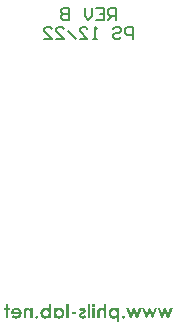
<source format=gbr>
%TF.GenerationSoftware,Altium Limited,Altium Designer,21.7.2 (23)*%
G04 Layer_Color=32896*
%FSLAX45Y45*%
%MOMM*%
%TF.SameCoordinates,838FB56E-0ED7-4152-9A2E-8E5145BDEB09*%
%TF.FilePolarity,Positive*%
%TF.FileFunction,Legend,Bot*%
%TF.Part,Single*%
G01*
G75*
%TA.AperFunction,NonConductor*%
%ADD49C,0.15000*%
G36*
X46754Y-1272323D02*
X48606Y-1272878D01*
X50272Y-1273434D01*
X51754Y-1274174D01*
X52865Y-1275100D01*
X53791Y-1275656D01*
X54346Y-1276211D01*
X54531Y-1276396D01*
X55827Y-1278063D01*
X56938Y-1279729D01*
X57679Y-1281211D01*
X58049Y-1282877D01*
X58420Y-1284173D01*
X58605Y-1285284D01*
Y-1286025D01*
Y-1286210D01*
X58420Y-1288432D01*
X58049Y-1290469D01*
X57309Y-1292136D01*
X56568Y-1293617D01*
X55827Y-1294913D01*
X55087Y-1295839D01*
X54716Y-1296394D01*
X54531Y-1296580D01*
X52865Y-1297876D01*
X51198Y-1298987D01*
X49532Y-1299727D01*
X48050Y-1300098D01*
X46569Y-1300468D01*
X45458Y-1300653D01*
X44532D01*
X42495Y-1300468D01*
X40644Y-1300098D01*
X38977Y-1299357D01*
X37681Y-1298616D01*
X36570Y-1297876D01*
X35644Y-1297135D01*
X35089Y-1296765D01*
X34904Y-1296580D01*
X33422Y-1294913D01*
X32497Y-1293247D01*
X31756Y-1291580D01*
X31200Y-1290099D01*
X30830Y-1288617D01*
X30645Y-1287506D01*
Y-1286766D01*
Y-1286581D01*
X30830Y-1284359D01*
X31386Y-1282507D01*
X31941Y-1280840D01*
X32682Y-1279174D01*
X33608Y-1278063D01*
X34163Y-1277137D01*
X34718Y-1276582D01*
X34904Y-1276396D01*
X36570Y-1274915D01*
X38237Y-1273989D01*
X39718Y-1273249D01*
X41384Y-1272693D01*
X42681Y-1272323D01*
X43792Y-1272138D01*
X44717D01*
X46754Y-1272323D01*
D02*
G37*
G36*
X152484Y-1395829D02*
X130449D01*
Y-1360832D01*
Y-1358240D01*
Y-1356018D01*
Y-1353981D01*
X130264Y-1352129D01*
Y-1350463D01*
X130079Y-1348982D01*
X129894Y-1346389D01*
Y-1344723D01*
X129709Y-1343612D01*
X129523Y-1342871D01*
Y-1342686D01*
X128783Y-1339908D01*
X127672Y-1337686D01*
X126561Y-1335464D01*
X125635Y-1333798D01*
X124524Y-1332502D01*
X123783Y-1331391D01*
X123228Y-1330835D01*
X123043Y-1330650D01*
X121191Y-1329169D01*
X119154Y-1328058D01*
X117303Y-1327317D01*
X115451Y-1326762D01*
X113970Y-1326391D01*
X112673Y-1326206D01*
X111562D01*
X109711Y-1326391D01*
X108044Y-1326576D01*
X106563Y-1327132D01*
X105267Y-1327502D01*
X104156Y-1328058D01*
X103415Y-1328613D01*
X103045Y-1328798D01*
X102860Y-1328984D01*
X101563Y-1330095D01*
X100638Y-1331391D01*
X98971Y-1333983D01*
X98601Y-1335094D01*
X98230Y-1336020D01*
X97860Y-1336761D01*
Y-1336946D01*
X97675Y-1338057D01*
X97305Y-1339353D01*
X96934Y-1342501D01*
X96749Y-1345834D01*
X96564Y-1349167D01*
X96379Y-1352315D01*
Y-1353796D01*
Y-1355092D01*
Y-1356018D01*
Y-1356759D01*
Y-1357314D01*
Y-1357499D01*
Y-1395829D01*
X74714D01*
Y-1338057D01*
X75085Y-1332687D01*
X76011Y-1328058D01*
X77122Y-1324169D01*
X78603Y-1320836D01*
X80084Y-1318429D01*
X81195Y-1316578D01*
X82121Y-1315467D01*
X82491Y-1315096D01*
X84158Y-1313430D01*
X86009Y-1312134D01*
X87861Y-1310837D01*
X89713Y-1309912D01*
X93231Y-1308245D01*
X96749Y-1307134D01*
X99712Y-1306579D01*
X101008Y-1306208D01*
X102119D01*
X103045Y-1306023D01*
X104341D01*
X106748Y-1306208D01*
X109155Y-1306393D01*
X111562Y-1306949D01*
X113414Y-1307504D01*
X115266Y-1308060D01*
X116562Y-1308430D01*
X117303Y-1308801D01*
X117673Y-1308986D01*
X120080Y-1310097D01*
X122487Y-1311393D01*
X124524Y-1312874D01*
X126561Y-1314170D01*
X128042Y-1315467D01*
X129338Y-1316392D01*
X130079Y-1317133D01*
X130449Y-1317318D01*
Y-1274360D01*
X152484D01*
Y-1395829D01*
D02*
G37*
G36*
X-240994Y-1306208D02*
X-238031Y-1306579D01*
X-235068Y-1307134D01*
X-232291Y-1308060D01*
X-227291Y-1310097D01*
X-225069Y-1311208D01*
X-223033Y-1312504D01*
X-221181Y-1313615D01*
X-219700Y-1314911D01*
X-218218Y-1316022D01*
X-217107Y-1316948D01*
X-216181Y-1317874D01*
X-215441Y-1318429D01*
X-215070Y-1318799D01*
X-214885Y-1318985D01*
X-212848Y-1321577D01*
X-210997Y-1324169D01*
X-209330Y-1326947D01*
X-208034Y-1329724D01*
X-206923Y-1332502D01*
X-205997Y-1335279D01*
X-204516Y-1340464D01*
X-203960Y-1342871D01*
X-203590Y-1345093D01*
X-203405Y-1347130D01*
X-203220Y-1348982D01*
X-203035Y-1350278D01*
Y-1351389D01*
Y-1352129D01*
Y-1352315D01*
X-203220Y-1355833D01*
X-203590Y-1359351D01*
X-204146Y-1362499D01*
X-205071Y-1365646D01*
X-205997Y-1368424D01*
X-206923Y-1371201D01*
X-208034Y-1373609D01*
X-209330Y-1375831D01*
X-210441Y-1377867D01*
X-211552Y-1379719D01*
X-212478Y-1381200D01*
X-213589Y-1382497D01*
X-214330Y-1383608D01*
X-214885Y-1384348D01*
X-215256Y-1384719D01*
X-215441Y-1384904D01*
X-217848Y-1387126D01*
X-220255Y-1389163D01*
X-222847Y-1391014D01*
X-225255Y-1392496D01*
X-227847Y-1393792D01*
X-230254Y-1394903D01*
X-232661Y-1395643D01*
X-234883Y-1396384D01*
X-236920Y-1396940D01*
X-238772Y-1397310D01*
X-240623Y-1397680D01*
X-242105Y-1397865D01*
X-243216Y-1398051D01*
X-244882D01*
X-247660Y-1397865D01*
X-250252Y-1397680D01*
X-252659Y-1397310D01*
X-254696Y-1396754D01*
X-256548Y-1396199D01*
X-257844Y-1395829D01*
X-258584Y-1395643D01*
X-258955Y-1395458D01*
X-261362Y-1394347D01*
X-263769Y-1392866D01*
X-265991Y-1391385D01*
X-267843Y-1389903D01*
X-269509Y-1388607D01*
X-270805Y-1387496D01*
X-271546Y-1386755D01*
X-271916Y-1386570D01*
Y-1395829D01*
X-293951D01*
Y-1308245D01*
X-271916D01*
Y-1317874D01*
X-269694Y-1315837D01*
X-267472Y-1313985D01*
X-265250Y-1312504D01*
X-263214Y-1311208D01*
X-261547Y-1310282D01*
X-260066Y-1309541D01*
X-259325Y-1309171D01*
X-258955Y-1308986D01*
X-256362Y-1308060D01*
X-253770Y-1307319D01*
X-251178Y-1306764D01*
X-248956Y-1306393D01*
X-247104Y-1306208D01*
X-245438Y-1306023D01*
X-244141D01*
X-240994Y-1306208D01*
D02*
G37*
G36*
X-316171Y-1395829D02*
X-338206D01*
Y-1386570D01*
X-340613Y-1388792D01*
X-342835Y-1390459D01*
X-345057Y-1392125D01*
X-346909Y-1393236D01*
X-348575Y-1394162D01*
X-349871Y-1394903D01*
X-350612Y-1395273D01*
X-350982Y-1395458D01*
X-353575Y-1396384D01*
X-355982Y-1396940D01*
X-358389Y-1397495D01*
X-360611Y-1397680D01*
X-362463Y-1397865D01*
X-363944Y-1398051D01*
X-365240D01*
X-368388Y-1397865D01*
X-371351Y-1397495D01*
X-374313Y-1396754D01*
X-377091Y-1396014D01*
X-382090Y-1393977D01*
X-384312Y-1392681D01*
X-386349Y-1391385D01*
X-388201Y-1390274D01*
X-389867Y-1388977D01*
X-391348Y-1387866D01*
X-392459Y-1386941D01*
X-393385Y-1386200D01*
X-394126Y-1385459D01*
X-394496Y-1385089D01*
X-394681Y-1384904D01*
X-396903Y-1382311D01*
X-398755Y-1379719D01*
X-400422Y-1376942D01*
X-401903Y-1374349D01*
X-403014Y-1371572D01*
X-404125Y-1368794D01*
X-405606Y-1363610D01*
X-405977Y-1361388D01*
X-406347Y-1359166D01*
X-406717Y-1357129D01*
X-406902Y-1355462D01*
X-407088Y-1354166D01*
Y-1353240D01*
Y-1352500D01*
Y-1352315D01*
X-406902Y-1348611D01*
X-406532Y-1345093D01*
X-405977Y-1341760D01*
X-405236Y-1338427D01*
X-404310Y-1335464D01*
X-403199Y-1332872D01*
X-402273Y-1330280D01*
X-401162Y-1328058D01*
X-399866Y-1326021D01*
X-398940Y-1324169D01*
X-397829Y-1322688D01*
X-396903Y-1321392D01*
X-396163Y-1320281D01*
X-395607Y-1319540D01*
X-395237Y-1319170D01*
X-395052Y-1318985D01*
X-392830Y-1316763D01*
X-390423Y-1314726D01*
X-387830Y-1313059D01*
X-385423Y-1311393D01*
X-383016Y-1310282D01*
X-380424Y-1309171D01*
X-378202Y-1308245D01*
X-375980Y-1307690D01*
X-373758Y-1307134D01*
X-371906Y-1306764D01*
X-370240Y-1306393D01*
X-368758Y-1306208D01*
X-367462Y-1306023D01*
X-365796D01*
X-363018Y-1306208D01*
X-360241Y-1306393D01*
X-357648Y-1306949D01*
X-355426Y-1307504D01*
X-353575Y-1308060D01*
X-352278Y-1308430D01*
X-351353Y-1308801D01*
X-350982Y-1308986D01*
X-348390Y-1310282D01*
X-346168Y-1311578D01*
X-343946Y-1313245D01*
X-342094Y-1314541D01*
X-340428Y-1316022D01*
X-339317Y-1317133D01*
X-338391Y-1317874D01*
X-338206Y-1318059D01*
Y-1274360D01*
X-316171D01*
Y-1395829D01*
D02*
G37*
G36*
X681874D02*
X667986D01*
X648914Y-1346019D01*
X630027Y-1395829D01*
X616140D01*
X584476Y-1308245D01*
X605956D01*
X623546Y-1357684D01*
X642063Y-1308245D01*
X655395D01*
X674282Y-1358240D01*
X692058Y-1308245D01*
X713352D01*
X681874Y-1395829D01*
D02*
G37*
G36*
X549850D02*
X535963D01*
X516891Y-1346019D01*
X498004Y-1395829D01*
X484116D01*
X452453Y-1308245D01*
X473932D01*
X491523Y-1357684D01*
X510040Y-1308245D01*
X523372D01*
X542259Y-1358240D01*
X560034Y-1308245D01*
X581329D01*
X549850Y-1395829D01*
D02*
G37*
G36*
X417827D02*
X403940D01*
X384867Y-1346019D01*
X365980Y-1395829D01*
X352093D01*
X320430Y-1308245D01*
X341909D01*
X359500Y-1357684D01*
X378016Y-1308245D01*
X391348D01*
X410235Y-1358240D01*
X428011Y-1308245D01*
X449305D01*
X417827Y-1395829D01*
D02*
G37*
G36*
X-101564Y-1362314D02*
X-142485D01*
Y-1341760D01*
X-101564D01*
Y-1362314D01*
D02*
G37*
G36*
X-607622Y-1306208D02*
X-604104Y-1306579D01*
X-600956Y-1307319D01*
X-597809Y-1308060D01*
X-595031Y-1309171D01*
X-592439Y-1310282D01*
X-589846Y-1311393D01*
X-587624Y-1312689D01*
X-585588Y-1313985D01*
X-583921Y-1315096D01*
X-582255Y-1316207D01*
X-581144Y-1317318D01*
X-580033Y-1318059D01*
X-579292Y-1318799D01*
X-578922Y-1319170D01*
X-578736Y-1319355D01*
X-576514Y-1321947D01*
X-574478Y-1324540D01*
X-572811Y-1327317D01*
X-571330Y-1330095D01*
X-570034Y-1332872D01*
X-569108Y-1335650D01*
X-568182Y-1338427D01*
X-567626Y-1341019D01*
X-567071Y-1343427D01*
X-566701Y-1345649D01*
X-566330Y-1347685D01*
X-566145Y-1349352D01*
X-565960Y-1350648D01*
Y-1351759D01*
Y-1352500D01*
Y-1352685D01*
X-566145Y-1356203D01*
X-566516Y-1359721D01*
X-567071Y-1362869D01*
X-567997Y-1366017D01*
X-568923Y-1368794D01*
X-570034Y-1371387D01*
X-571145Y-1373979D01*
X-572441Y-1376201D01*
X-573552Y-1378238D01*
X-574663Y-1379904D01*
X-575774Y-1381571D01*
X-576700Y-1382682D01*
X-577625Y-1383793D01*
X-578181Y-1384533D01*
X-578551Y-1384904D01*
X-578736Y-1385089D01*
X-581329Y-1387311D01*
X-583921Y-1389348D01*
X-586699Y-1391014D01*
X-589476Y-1392496D01*
X-592254Y-1393792D01*
X-595031Y-1394903D01*
X-597809Y-1395829D01*
X-600401Y-1396384D01*
X-602808Y-1396940D01*
X-605030Y-1397310D01*
X-607067Y-1397680D01*
X-608919Y-1397865D01*
X-610215Y-1398051D01*
X-612252D01*
X-617066Y-1397865D01*
X-621325Y-1397310D01*
X-625213Y-1396569D01*
X-628546Y-1395643D01*
X-631324Y-1394903D01*
X-632435Y-1394532D01*
X-633360Y-1394162D01*
X-634101Y-1393792D01*
X-634657Y-1393607D01*
X-634842Y-1393421D01*
X-635027D01*
X-638545Y-1391385D01*
X-641693Y-1389163D01*
X-644470Y-1386755D01*
X-647063Y-1384533D01*
X-648914Y-1382311D01*
X-650396Y-1380645D01*
X-650951Y-1379904D01*
X-651322Y-1379349D01*
X-651692Y-1379164D01*
Y-1378978D01*
X-633175Y-1370276D01*
X-631509Y-1371757D01*
X-629842Y-1373053D01*
X-626139Y-1375275D01*
X-622621Y-1376756D01*
X-619288Y-1377682D01*
X-616510Y-1378423D01*
X-615214Y-1378608D01*
X-614103D01*
X-613363Y-1378793D01*
X-612066D01*
X-608363Y-1378608D01*
X-605215Y-1377867D01*
X-602253Y-1376942D01*
X-599845Y-1376016D01*
X-597809Y-1374905D01*
X-596512Y-1374164D01*
X-595587Y-1373423D01*
X-595216Y-1373238D01*
X-592994Y-1371016D01*
X-591328Y-1368609D01*
X-589846Y-1366017D01*
X-588735Y-1363610D01*
X-587995Y-1361573D01*
X-587624Y-1359721D01*
X-587254Y-1358610D01*
Y-1358425D01*
Y-1358240D01*
X-657617D01*
X-657802Y-1354166D01*
X-657617Y-1350278D01*
X-657247Y-1346389D01*
X-656691Y-1342871D01*
X-655766Y-1339538D01*
X-654840Y-1336575D01*
X-653729Y-1333613D01*
X-652618Y-1331020D01*
X-651322Y-1328613D01*
X-650211Y-1326576D01*
X-648914Y-1324725D01*
X-647803Y-1323058D01*
X-646878Y-1321762D01*
X-645952Y-1320651D01*
X-645396Y-1319910D01*
X-645026Y-1319540D01*
X-644841Y-1319355D01*
X-642248Y-1316948D01*
X-639656Y-1314911D01*
X-636879Y-1313245D01*
X-634101Y-1311578D01*
X-631324Y-1310282D01*
X-628546Y-1309356D01*
X-625769Y-1308430D01*
X-623176Y-1307690D01*
X-620584Y-1307134D01*
X-618362Y-1306764D01*
X-616325Y-1306393D01*
X-614659Y-1306208D01*
X-613177Y-1306023D01*
X-611141D01*
X-607622Y-1306208D01*
D02*
G37*
G36*
X55827Y-1395829D02*
X33793D01*
Y-1308245D01*
X55827D01*
Y-1395829D01*
D02*
G37*
G36*
X16202D02*
X-5833D01*
Y-1274360D01*
X16202D01*
Y-1395829D01*
D02*
G37*
G36*
X-165261D02*
X-187296D01*
Y-1274360D01*
X-165261D01*
Y-1395829D01*
D02*
G37*
G36*
X-516706Y-1306208D02*
X-514484Y-1306393D01*
X-512262Y-1306764D01*
X-510410Y-1307319D01*
X-508744Y-1307875D01*
X-507633Y-1308245D01*
X-506892Y-1308430D01*
X-506522Y-1308615D01*
X-504300Y-1309726D01*
X-501893Y-1311023D01*
X-499671Y-1312504D01*
X-497634Y-1313800D01*
X-495782Y-1315281D01*
X-494486Y-1316207D01*
X-493560Y-1316948D01*
X-493190Y-1317318D01*
Y-1308245D01*
X-471155D01*
Y-1395829D01*
X-493190D01*
Y-1360832D01*
Y-1358425D01*
Y-1356203D01*
Y-1354166D01*
X-493375Y-1352315D01*
Y-1350648D01*
X-493560Y-1349167D01*
X-493745Y-1346760D01*
Y-1345093D01*
X-493930Y-1343982D01*
X-494116Y-1343241D01*
Y-1343056D01*
X-494856Y-1340279D01*
X-495967Y-1337872D01*
X-497078Y-1335835D01*
X-498004Y-1333983D01*
X-499115Y-1332687D01*
X-499856Y-1331576D01*
X-500411Y-1331020D01*
X-500596Y-1330835D01*
X-502448Y-1329354D01*
X-504485Y-1328243D01*
X-506337Y-1327317D01*
X-508003Y-1326762D01*
X-509670Y-1326391D01*
X-510781Y-1326206D01*
X-511892D01*
X-513743Y-1326391D01*
X-515410Y-1326576D01*
X-516891Y-1327132D01*
X-518187Y-1327502D01*
X-519113Y-1328058D01*
X-519854Y-1328613D01*
X-520224Y-1328798D01*
X-520409Y-1328984D01*
X-521705Y-1330095D01*
X-522631Y-1331391D01*
X-524298Y-1333983D01*
X-524668Y-1335094D01*
X-525038Y-1336020D01*
X-525409Y-1336761D01*
Y-1336946D01*
X-525594Y-1338057D01*
X-525964Y-1339353D01*
X-526334Y-1342316D01*
X-526520Y-1345649D01*
X-526705Y-1349167D01*
X-526890Y-1352500D01*
Y-1353796D01*
Y-1355092D01*
Y-1356203D01*
Y-1356944D01*
Y-1357499D01*
Y-1357684D01*
Y-1395829D01*
X-548925D01*
Y-1338057D01*
X-548554Y-1332687D01*
X-547629Y-1328058D01*
X-546518Y-1324169D01*
X-545036Y-1321021D01*
X-543555Y-1318429D01*
X-542444Y-1316763D01*
X-541518Y-1315652D01*
X-541148Y-1315281D01*
X-539481Y-1313615D01*
X-537630Y-1312134D01*
X-535778Y-1311023D01*
X-533926Y-1309912D01*
X-530223Y-1308245D01*
X-526705Y-1307134D01*
X-523742Y-1306579D01*
X-522446Y-1306208D01*
X-521335D01*
X-520409Y-1306023D01*
X-519113D01*
X-516706Y-1306208D01*
D02*
G37*
G36*
X-678356Y-1308245D02*
X-667061D01*
Y-1327132D01*
X-678356D01*
Y-1395829D01*
X-700391D01*
Y-1327132D01*
X-713352D01*
Y-1308245D01*
X-700391D01*
Y-1275841D01*
X-678356D01*
Y-1308245D01*
D02*
G37*
G36*
X297284Y-1373053D02*
X298950Y-1373423D01*
X300432Y-1373979D01*
X301728Y-1374720D01*
X302839Y-1375460D01*
X303580Y-1376016D01*
X304135Y-1376386D01*
X304320Y-1376571D01*
X305616Y-1378053D01*
X306542Y-1379534D01*
X307098Y-1381015D01*
X307468Y-1382311D01*
X307838Y-1383608D01*
X308024Y-1384533D01*
Y-1385274D01*
Y-1385459D01*
X307838Y-1387311D01*
X307468Y-1389163D01*
X306913Y-1390644D01*
X306172Y-1391940D01*
X305431Y-1393051D01*
X304876Y-1393792D01*
X304505Y-1394347D01*
X304320Y-1394532D01*
X302839Y-1395643D01*
X301358Y-1396569D01*
X299876Y-1397125D01*
X298395Y-1397680D01*
X297284Y-1397865D01*
X296358Y-1398051D01*
X295432D01*
X293581Y-1397865D01*
X291914Y-1397495D01*
X290248Y-1396940D01*
X288951Y-1396199D01*
X288026Y-1395643D01*
X287285Y-1395088D01*
X286729Y-1394718D01*
X286544Y-1394532D01*
X285248Y-1393051D01*
X284322Y-1391570D01*
X283582Y-1390088D01*
X283211Y-1388607D01*
X282841Y-1387311D01*
X282656Y-1386385D01*
Y-1385644D01*
Y-1385459D01*
X282841Y-1383608D01*
X283211Y-1381941D01*
X283952Y-1380275D01*
X284507Y-1378978D01*
X285248Y-1378053D01*
X285989Y-1377312D01*
X286359Y-1376756D01*
X286544Y-1376571D01*
X288026Y-1375275D01*
X289507Y-1374349D01*
X290988Y-1373794D01*
X292284Y-1373238D01*
X293581Y-1373053D01*
X294506Y-1372868D01*
X295432D01*
X297284Y-1373053D01*
D02*
G37*
G36*
X-46014Y-1306393D02*
X-42125Y-1307134D01*
X-38607Y-1308430D01*
X-35645Y-1309726D01*
X-33237Y-1311023D01*
X-31571Y-1312319D01*
X-30460Y-1313059D01*
X-30275Y-1313430D01*
X-30090D01*
X-28608Y-1314911D01*
X-27497Y-1316392D01*
X-25460Y-1319355D01*
X-24164Y-1322318D01*
X-23053Y-1325095D01*
X-22498Y-1327502D01*
X-22313Y-1329539D01*
X-22127Y-1330280D01*
Y-1330650D01*
Y-1331020D01*
Y-1331206D01*
X-22313Y-1334168D01*
X-23053Y-1336946D01*
X-24164Y-1339723D01*
X-25460Y-1342130D01*
X-26942Y-1344538D01*
X-28793Y-1346760D01*
X-30645Y-1348796D01*
X-32682Y-1350648D01*
X-34719Y-1352315D01*
X-36570Y-1353796D01*
X-38422Y-1355092D01*
X-39903Y-1356203D01*
X-41385Y-1356944D01*
X-42311Y-1357499D01*
X-43051Y-1357870D01*
X-43236Y-1358055D01*
X-50643Y-1361758D01*
X-52310Y-1362684D01*
X-53791Y-1363610D01*
X-55087Y-1364535D01*
X-56198Y-1365276D01*
X-57865Y-1366943D01*
X-59161Y-1368424D01*
X-59716Y-1369720D01*
X-60086Y-1370646D01*
X-60272Y-1371387D01*
Y-1371572D01*
X-60086Y-1372498D01*
X-59901Y-1373423D01*
X-58975Y-1375090D01*
X-57865Y-1376016D01*
X-57679Y-1376201D01*
X-57494Y-1376386D01*
X-56383Y-1377127D01*
X-55272Y-1377497D01*
X-53050Y-1378238D01*
X-52124D01*
X-51384Y-1378423D01*
X-50643D01*
X-49162Y-1378238D01*
X-47495Y-1378053D01*
X-46014Y-1377682D01*
X-44533Y-1377127D01*
X-43236Y-1376571D01*
X-42311Y-1376201D01*
X-41570Y-1376016D01*
X-41385Y-1375831D01*
X-37867Y-1373423D01*
X-36200Y-1372312D01*
X-34904Y-1371016D01*
X-33793Y-1370090D01*
X-33052Y-1369165D01*
X-32497Y-1368609D01*
X-32312Y-1368424D01*
X-18980Y-1383237D01*
X-21202Y-1385830D01*
X-23609Y-1388052D01*
X-26016Y-1390088D01*
X-28423Y-1391755D01*
X-31015Y-1393236D01*
X-33608Y-1394347D01*
X-36015Y-1395458D01*
X-38422Y-1396199D01*
X-40644Y-1396754D01*
X-42681Y-1397310D01*
X-44533Y-1397680D01*
X-46199Y-1397865D01*
X-47495D01*
X-48421Y-1398051D01*
X-49347D01*
X-54532Y-1397680D01*
X-58975Y-1396940D01*
X-63049Y-1395643D01*
X-66197Y-1394162D01*
X-68789Y-1392866D01*
X-70826Y-1391570D01*
X-71382Y-1391199D01*
X-71937Y-1390829D01*
X-72122Y-1390459D01*
X-72307D01*
X-73789Y-1388977D01*
X-75270Y-1387311D01*
X-77307Y-1384163D01*
X-78973Y-1380830D01*
X-79899Y-1377867D01*
X-80640Y-1375090D01*
X-80825Y-1372868D01*
X-81010Y-1372127D01*
Y-1371572D01*
Y-1371201D01*
Y-1371016D01*
X-80825Y-1367868D01*
X-80270Y-1364906D01*
X-79529Y-1362314D01*
X-78603Y-1360092D01*
X-77677Y-1358425D01*
X-76937Y-1356944D01*
X-76381Y-1356203D01*
X-76196Y-1355833D01*
X-74159Y-1353426D01*
X-71382Y-1351018D01*
X-68604Y-1348982D01*
X-65641Y-1346945D01*
X-63049Y-1345463D01*
X-60827Y-1344167D01*
X-59901Y-1343612D01*
X-59346Y-1343241D01*
X-58975Y-1343056D01*
X-58790D01*
X-50643Y-1338983D01*
X-48791Y-1338057D01*
X-47495Y-1337316D01*
X-46384Y-1336575D01*
X-45458Y-1336020D01*
X-44903Y-1335464D01*
X-44533Y-1335094D01*
X-44162Y-1334909D01*
X-43422Y-1333798D01*
X-43051Y-1332687D01*
X-42866Y-1331946D01*
Y-1331761D01*
X-43051Y-1330835D01*
X-43236Y-1330095D01*
X-43977Y-1328984D01*
X-44533Y-1328058D01*
X-44903Y-1327873D01*
X-46755Y-1326947D01*
X-48606Y-1326391D01*
X-49347Y-1326206D01*
X-51939D01*
X-53235Y-1326576D01*
X-55828Y-1327502D01*
X-58235Y-1328798D01*
X-60642Y-1330280D01*
X-62679Y-1331761D01*
X-64160Y-1333057D01*
X-65271Y-1333983D01*
X-65641Y-1334168D01*
Y-1334353D01*
X-79344Y-1320651D01*
X-77307Y-1318244D01*
X-75085Y-1316022D01*
X-72863Y-1314170D01*
X-70826Y-1312689D01*
X-69160Y-1311393D01*
X-67678Y-1310652D01*
X-66752Y-1310097D01*
X-66382Y-1309912D01*
X-63605Y-1308615D01*
X-60827Y-1307690D01*
X-58050Y-1306949D01*
X-55643Y-1306579D01*
X-53606Y-1306208D01*
X-51939Y-1306023D01*
X-50458D01*
X-46014Y-1306393D01*
D02*
G37*
G36*
X-435233Y-1373053D02*
X-433566Y-1373423D01*
X-432085Y-1373979D01*
X-430789Y-1374720D01*
X-429678Y-1375460D01*
X-428937Y-1376016D01*
X-428382Y-1376386D01*
X-428197Y-1376571D01*
X-426900Y-1378053D01*
X-425975Y-1379534D01*
X-425419Y-1381015D01*
X-425049Y-1382311D01*
X-424678Y-1383608D01*
X-424493Y-1384533D01*
Y-1385274D01*
Y-1385459D01*
X-424678Y-1387311D01*
X-425049Y-1389163D01*
X-425604Y-1390644D01*
X-426345Y-1391940D01*
X-427086Y-1393051D01*
X-427641Y-1393792D01*
X-428011Y-1394347D01*
X-428197Y-1394532D01*
X-429678Y-1395643D01*
X-431159Y-1396569D01*
X-432640Y-1397125D01*
X-434122Y-1397680D01*
X-435233Y-1397865D01*
X-436159Y-1398051D01*
X-437084D01*
X-438936Y-1397865D01*
X-440603Y-1397495D01*
X-442269Y-1396940D01*
X-443565Y-1396199D01*
X-444491Y-1395643D01*
X-445232Y-1395088D01*
X-445787Y-1394718D01*
X-445972Y-1394532D01*
X-447269Y-1393051D01*
X-448194Y-1391570D01*
X-448935Y-1390088D01*
X-449305Y-1388607D01*
X-449676Y-1387311D01*
X-449861Y-1386385D01*
Y-1385644D01*
Y-1385459D01*
X-449676Y-1383608D01*
X-449305Y-1381941D01*
X-448565Y-1380275D01*
X-448009Y-1378978D01*
X-447269Y-1378053D01*
X-446528Y-1377312D01*
X-446158Y-1376756D01*
X-445972Y-1376571D01*
X-444491Y-1375275D01*
X-443010Y-1374349D01*
X-441528Y-1373794D01*
X-440232Y-1373238D01*
X-438936Y-1373053D01*
X-438010Y-1372868D01*
X-437084D01*
X-435233Y-1373053D01*
D02*
G37*
G36*
X214515Y-1306208D02*
X217292Y-1306393D01*
X219884Y-1306949D01*
X222106Y-1307504D01*
X223958Y-1308060D01*
X225254Y-1308430D01*
X226180Y-1308801D01*
X226550Y-1308986D01*
X229143Y-1310282D01*
X231365Y-1311578D01*
X233587Y-1313059D01*
X235438Y-1314541D01*
X237105Y-1315837D01*
X238216Y-1316948D01*
X239142Y-1317689D01*
X239327Y-1317874D01*
Y-1308245D01*
X261362D01*
Y-1427862D01*
X239327D01*
Y-1386570D01*
X236920Y-1388792D01*
X234698Y-1390459D01*
X232476Y-1392125D01*
X230624Y-1393236D01*
X228958Y-1394162D01*
X227661Y-1394903D01*
X226921Y-1395273D01*
X226550Y-1395458D01*
X223958Y-1396384D01*
X221551Y-1396940D01*
X219144Y-1397495D01*
X216922Y-1397680D01*
X215070Y-1397865D01*
X213589Y-1398051D01*
X212293D01*
X209145Y-1397865D01*
X206182Y-1397495D01*
X203220Y-1396754D01*
X200442Y-1396014D01*
X195443Y-1393977D01*
X193221Y-1392681D01*
X191184Y-1391385D01*
X189332Y-1390274D01*
X187666Y-1388977D01*
X186184Y-1387866D01*
X185073Y-1386941D01*
X184147Y-1386200D01*
X183407Y-1385459D01*
X183036Y-1385089D01*
X182851Y-1384904D01*
X180629Y-1382311D01*
X178778Y-1379719D01*
X177111Y-1376942D01*
X175630Y-1374349D01*
X174519Y-1371572D01*
X173408Y-1368794D01*
X171927Y-1363610D01*
X171556Y-1361388D01*
X171186Y-1359166D01*
X170816Y-1357129D01*
X170630Y-1355462D01*
X170445Y-1354166D01*
Y-1353240D01*
Y-1352500D01*
Y-1352315D01*
X170630Y-1348611D01*
X171001Y-1345093D01*
X171556Y-1341760D01*
X172297Y-1338427D01*
X173223Y-1335464D01*
X174334Y-1332872D01*
X175259Y-1330280D01*
X176370Y-1328058D01*
X177667Y-1326021D01*
X178592Y-1324169D01*
X179703Y-1322688D01*
X180629Y-1321392D01*
X181370Y-1320281D01*
X181925Y-1319540D01*
X182296Y-1319170D01*
X182481Y-1318985D01*
X184703Y-1316763D01*
X187110Y-1314726D01*
X189702Y-1313059D01*
X192110Y-1311393D01*
X194517Y-1310282D01*
X197109Y-1309171D01*
X199331Y-1308245D01*
X201553Y-1307690D01*
X203775Y-1307134D01*
X205627Y-1306764D01*
X207293Y-1306393D01*
X208775Y-1306208D01*
X210071Y-1306023D01*
X211737D01*
X214515Y-1306208D01*
D02*
G37*
%LPC*%
G36*
X-247660Y-1326206D02*
X-248585D01*
X-252289Y-1326576D01*
X-255807Y-1327317D01*
X-258770Y-1328428D01*
X-261177Y-1329724D01*
X-263214Y-1331206D01*
X-264695Y-1332317D01*
X-265621Y-1333057D01*
X-265991Y-1333428D01*
X-268213Y-1336205D01*
X-269880Y-1339353D01*
X-271176Y-1342316D01*
X-271916Y-1345278D01*
X-272472Y-1347871D01*
X-272657Y-1350093D01*
X-272842Y-1350833D01*
Y-1351389D01*
Y-1351759D01*
Y-1351944D01*
X-272472Y-1356018D01*
X-271731Y-1359721D01*
X-270620Y-1363054D01*
X-269509Y-1365832D01*
X-268213Y-1367868D01*
X-267102Y-1369535D01*
X-266361Y-1370461D01*
X-265991Y-1370831D01*
X-263214Y-1373238D01*
X-260436Y-1374905D01*
X-257473Y-1376201D01*
X-254696Y-1376942D01*
X-252289Y-1377497D01*
X-250437Y-1377682D01*
X-249696Y-1377867D01*
X-248585D01*
X-245067Y-1377497D01*
X-241734Y-1376756D01*
X-238957Y-1375645D01*
X-236365Y-1374164D01*
X-234513Y-1372868D01*
X-233032Y-1371757D01*
X-232106Y-1371016D01*
X-231735Y-1370646D01*
X-229513Y-1367683D01*
X-227847Y-1364535D01*
X-226551Y-1361388D01*
X-225810Y-1358425D01*
X-225255Y-1355833D01*
X-225069Y-1353796D01*
X-224884Y-1353055D01*
Y-1352500D01*
Y-1352129D01*
Y-1351944D01*
X-225255Y-1347871D01*
X-225995Y-1344352D01*
X-226921Y-1341205D01*
X-228217Y-1338427D01*
X-229513Y-1336390D01*
X-230439Y-1334724D01*
X-231180Y-1333798D01*
X-231550Y-1333428D01*
X-234328Y-1331020D01*
X-237105Y-1329169D01*
X-239883Y-1327873D01*
X-242660Y-1327132D01*
X-245067Y-1326576D01*
X-246919Y-1326391D01*
X-247660Y-1326206D01*
D02*
G37*
G36*
X-360426D02*
X-361352D01*
X-365055Y-1326576D01*
X-368388Y-1327317D01*
X-371165Y-1328428D01*
X-373758Y-1329724D01*
X-375609Y-1331206D01*
X-377091Y-1332317D01*
X-378017Y-1333057D01*
X-378387Y-1333428D01*
X-380609Y-1336205D01*
X-382275Y-1339353D01*
X-383571Y-1342501D01*
X-384312Y-1345463D01*
X-384868Y-1348056D01*
X-385053Y-1350093D01*
X-385238Y-1350833D01*
Y-1351389D01*
Y-1351759D01*
Y-1351944D01*
X-384868Y-1356018D01*
X-384127Y-1359536D01*
X-383016Y-1362869D01*
X-381720Y-1365461D01*
X-380424Y-1367683D01*
X-379313Y-1369350D01*
X-378572Y-1370276D01*
X-378202Y-1370646D01*
X-375424Y-1373053D01*
X-372647Y-1374905D01*
X-369869Y-1376016D01*
X-367277Y-1376942D01*
X-364870Y-1377497D01*
X-363018Y-1377682D01*
X-362277Y-1377867D01*
X-361352D01*
X-357648Y-1377497D01*
X-354315Y-1376756D01*
X-351353Y-1375645D01*
X-348945Y-1374349D01*
X-346909Y-1373053D01*
X-345427Y-1371942D01*
X-344501Y-1371201D01*
X-344131Y-1370831D01*
X-341909Y-1367868D01*
X-340243Y-1364906D01*
X-338946Y-1361758D01*
X-338206Y-1358610D01*
X-337650Y-1356018D01*
X-337465Y-1353796D01*
X-337280Y-1353055D01*
Y-1352500D01*
Y-1352129D01*
Y-1351944D01*
X-337650Y-1347871D01*
X-338391Y-1344167D01*
X-339502Y-1341019D01*
X-340798Y-1338427D01*
X-341909Y-1336205D01*
X-343020Y-1334724D01*
X-343761Y-1333798D01*
X-344131Y-1333428D01*
X-346909Y-1331020D01*
X-349686Y-1329169D01*
X-352649Y-1327873D01*
X-355241Y-1327132D01*
X-357648Y-1326576D01*
X-359685Y-1326391D01*
X-360426Y-1326206D01*
D02*
G37*
G36*
X-610770Y-1324725D02*
X-612252D01*
X-615399Y-1324910D01*
X-618177Y-1325465D01*
X-620769Y-1326206D01*
X-622806Y-1326947D01*
X-624658Y-1327873D01*
X-625954Y-1328613D01*
X-626694Y-1329169D01*
X-627065Y-1329354D01*
X-629287Y-1331206D01*
X-631138Y-1333057D01*
X-632620Y-1334909D01*
X-633916Y-1336761D01*
X-634657Y-1338427D01*
X-635397Y-1339723D01*
X-635582Y-1340649D01*
X-635768Y-1341019D01*
X-588180D01*
X-589661Y-1338242D01*
X-590957Y-1335835D01*
X-592254Y-1333983D01*
X-593550Y-1332502D01*
X-594661Y-1331391D01*
X-595401Y-1330465D01*
X-595957Y-1330095D01*
X-596142Y-1329909D01*
X-598734Y-1328243D01*
X-601512Y-1326947D01*
X-604289Y-1326021D01*
X-606697Y-1325280D01*
X-608919Y-1324910D01*
X-610770Y-1324725D01*
D02*
G37*
G36*
X217107Y-1326206D02*
X216181D01*
X212478Y-1326576D01*
X209145Y-1327317D01*
X206367Y-1328428D01*
X203775Y-1329724D01*
X201923Y-1331206D01*
X200442Y-1332317D01*
X199516Y-1333057D01*
X199146Y-1333428D01*
X196924Y-1336205D01*
X195257Y-1339353D01*
X193961Y-1342501D01*
X193221Y-1345463D01*
X192665Y-1348056D01*
X192480Y-1350093D01*
X192295Y-1350833D01*
Y-1351389D01*
Y-1351759D01*
Y-1351944D01*
X192665Y-1356018D01*
X193406Y-1359536D01*
X194517Y-1362869D01*
X195813Y-1365461D01*
X197109Y-1367683D01*
X198220Y-1369350D01*
X198961Y-1370276D01*
X199331Y-1370646D01*
X202109Y-1373053D01*
X204886Y-1374905D01*
X207664Y-1376016D01*
X210256Y-1376942D01*
X212663Y-1377497D01*
X214515Y-1377682D01*
X215255Y-1377867D01*
X216181D01*
X219884Y-1377497D01*
X223217Y-1376756D01*
X226180Y-1375645D01*
X228587Y-1374349D01*
X230624Y-1373053D01*
X232105Y-1371942D01*
X233031Y-1371201D01*
X233402Y-1370831D01*
X235624Y-1367868D01*
X237290Y-1364906D01*
X238586Y-1361758D01*
X239327Y-1358610D01*
X239882Y-1356018D01*
X240068Y-1353796D01*
X240253Y-1353055D01*
Y-1352500D01*
Y-1352129D01*
Y-1351944D01*
X239882Y-1347871D01*
X239142Y-1344167D01*
X238031Y-1341019D01*
X236735Y-1338427D01*
X235624Y-1336205D01*
X234513Y-1334724D01*
X233772Y-1333798D01*
X233402Y-1333428D01*
X230624Y-1331020D01*
X227847Y-1329169D01*
X224884Y-1327873D01*
X222292Y-1327132D01*
X219884Y-1326576D01*
X217848Y-1326391D01*
X217107Y-1326206D01*
D02*
G37*
%LPD*%
D49*
X233258Y1127996D02*
Y1227964D01*
X183274D01*
X166613Y1211303D01*
Y1177980D01*
X183274Y1161319D01*
X233258D01*
X199936D02*
X166613Y1127996D01*
X66645Y1227964D02*
X133290D01*
Y1127996D01*
X66645D01*
X133290Y1177980D02*
X99968D01*
X33323Y1227964D02*
Y1161319D01*
X0Y1127996D01*
X-33323Y1161319D01*
Y1227964D01*
X-166613D02*
Y1127996D01*
X-216597D01*
X-233258Y1144658D01*
Y1161319D01*
X-216597Y1177980D01*
X-166613D01*
X-216597D01*
X-233258Y1194642D01*
Y1211303D01*
X-216597Y1227964D01*
X-166613D01*
X374879Y972036D02*
Y1072004D01*
X324895D01*
X308234Y1055342D01*
Y1022020D01*
X324895Y1005358D01*
X374879D01*
X208266Y1055342D02*
X224927Y1072004D01*
X258250D01*
X274911Y1055342D01*
Y1038681D01*
X258250Y1022020D01*
X224927D01*
X208266Y1005358D01*
Y988697D01*
X224927Y972036D01*
X258250D01*
X274911Y988697D01*
X74976Y972036D02*
X41653D01*
X58314D01*
Y1072004D01*
X74976Y1055342D01*
X-74976Y972036D02*
X-8331D01*
X-74976Y1038681D01*
Y1055342D01*
X-58315Y1072004D01*
X-24992D01*
X-8331Y1055342D01*
X-108298Y972036D02*
X-174944Y1038681D01*
X-274911Y972036D02*
X-208266D01*
X-274911Y1038681D01*
Y1055342D01*
X-258250Y1072004D01*
X-224928D01*
X-208266Y1055342D01*
X-374879Y972036D02*
X-308234D01*
X-374879Y1038681D01*
Y1055342D01*
X-358218Y1072004D01*
X-324895D01*
X-308234Y1055342D01*
%TF.MD5,8763dbc3ad6a4b9e091d727a657b4432*%
M02*

</source>
